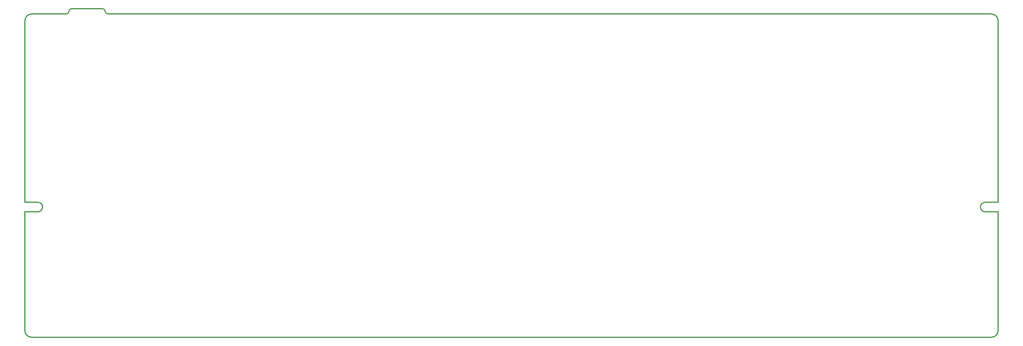
<source format=gm1>
G04 #@! TF.GenerationSoftware,KiCad,Pcbnew,7.0.5*
G04 #@! TF.CreationDate,2023-07-04T12:34:18+09:00*
G04 #@! TF.ProjectId,Hotp4ck60,486f7470-3463-46b3-9630-2e6b69636164,rev?*
G04 #@! TF.SameCoordinates,Original*
G04 #@! TF.FileFunction,Profile,NP*
%FSLAX46Y46*%
G04 Gerber Fmt 4.6, Leading zero omitted, Abs format (unit mm)*
G04 Created by KiCad (PCBNEW 7.0.5) date 2023-07-04 12:34:18*
%MOMM*%
%LPD*%
G01*
G04 APERTURE LIST*
G04 #@! TA.AperFunction,Profile*
%ADD10C,0.300000*%
G04 #@! TD*
G04 APERTURE END LIST*
D10*
X71812500Y-142737500D02*
X71812500Y-89637500D01*
X71812500Y-145537500D02*
X75612500Y-145537500D01*
X71812500Y-180237500D02*
X71812500Y-145537500D01*
X73812500Y-87637500D02*
X83942819Y-87637498D01*
X73812500Y-182237500D02*
X354812500Y-182237500D01*
X75612500Y-142737500D02*
X71812500Y-142737500D01*
X94542660Y-86067658D02*
X85512661Y-86067658D01*
X353012500Y-142737500D02*
X356812500Y-142737500D01*
X353012500Y-145537500D02*
X356812500Y-145537500D01*
X354812500Y-87637500D02*
X96112500Y-87637500D01*
X356812500Y-142737500D02*
X356812500Y-89637500D01*
X356812500Y-145537500D02*
X356812500Y-180237500D01*
X73812500Y-87637500D02*
G75*
G03*
X71812500Y-89637500I-1J-1999999D01*
G01*
X71812500Y-180237500D02*
G75*
G03*
X73812500Y-182237500I1999999J-1D01*
G01*
X77012500Y-144137500D02*
G75*
G03*
X75612500Y-142737500I-1400002J-2D01*
G01*
X75612500Y-145537500D02*
G75*
G03*
X77012500Y-144137500I-2J1400002D01*
G01*
X83942819Y-87637498D02*
G75*
G03*
X84727740Y-86852578I2J784919D01*
G01*
X85512661Y-86067658D02*
G75*
G03*
X84727740Y-86852578I-2J-784919D01*
G01*
X95327580Y-86852579D02*
G75*
G03*
X94542660Y-86067658I-784919J2D01*
G01*
X95327580Y-86852579D02*
G75*
G03*
X96112500Y-87637500I784919J-2D01*
G01*
X353012500Y-142737500D02*
G75*
G03*
X351612500Y-144137500I0J-1400000D01*
G01*
X351612500Y-144137500D02*
G75*
G03*
X353012500Y-145537500I1400000J0D01*
G01*
X356812500Y-89637500D02*
G75*
G03*
X354812500Y-87637500I-2000000J0D01*
G01*
X354812500Y-182237500D02*
G75*
G03*
X356812500Y-180237500I0J2000000D01*
G01*
M02*

</source>
